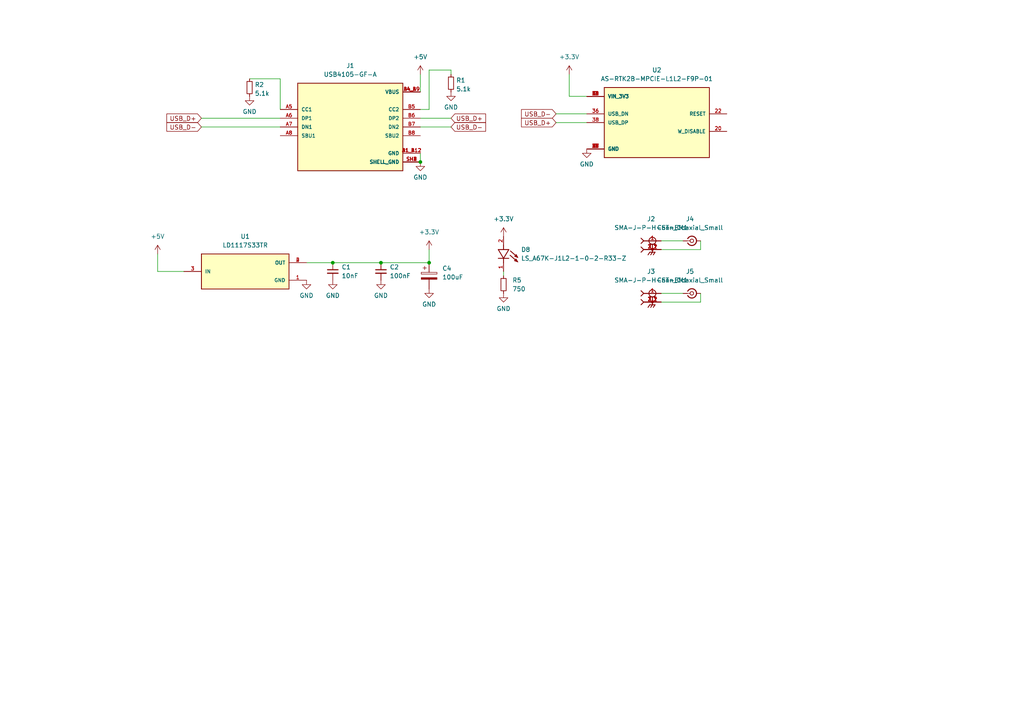
<source format=kicad_sch>
(kicad_sch (version 20230121) (generator eeschema)
  (paper "A4")
  (lib_symbols
    (symbol "AS-RTK2B-MPCIE-L1L2-F9P-01:AS-RTK2B-MPCIE-L1L2-F9P-01" (pin_names (offset 1.016))
      (property "Reference" "U" (at -15.5044 10.9386 0))
      (property "Value" "AS-RTK2B-MPCIE-L1L2-F9P-01" (at -15.26 -12.7315 0))
      (symbol "AS-RTK2B-MPCIE-L1L2-F9P-01_0_0"
        (rectangle (start -15.24 -10.16) (end 15.24 10.16) (stroke (width 0.254)) (fill (type background)))
        (pin power_in line (at 20.32 -7.62 180) (length 5.08) (name "GND") (number "15"))
        (pin power_in line (at 20.32 7.62 180) (length 5.08) (name "VIN_3V3") (number "2"))
        (pin bidirectional line (at -20.32 -2.54 0) (length 5.08) (name "W_DISABLE") (number "20"))
        (pin power_in line (at 20.32 -7.62 180) (length 5.08) (name "GND") (number "21"))
        (pin input line (at -20.32 2.54 0) (length 5.08) (name "RESET") (number "22"))
        (pin power_in line (at 20.32 7.62 180) (length 5.08) (name "VIN_3V3") (number "24"))
        (pin power_in line (at 20.32 -7.62 180) (length 5.08) (name "GND") (number "27"))
        (pin power_in line (at 20.32 -7.62 180) (length 5.08) (name "GND") (number "29"))
        (pin power_in line (at 20.32 -7.62 180) (length 5.08) (name "GND") (number "35"))
        (pin bidirectional line (at 20.32 2.54 180) (length 5.08) (name "USB_DN") (number "36"))
        (pin power_in line (at 20.32 -7.62 180) (length 5.08) (name "GND") (number "37"))
        (pin bidirectional line (at 20.32 0 180) (length 5.08) (name "USB_DP") (number "38"))
        (pin power_in line (at 20.32 7.62 180) (length 5.08) (name "VIN_3V3") (number "39"))
        (pin power_in line (at 20.32 7.62 180) (length 5.08) (name "VIN_3V3") (number "41"))
        (pin power_in line (at 20.32 -7.62 180) (length 5.08) (name "GND") (number "43"))
        (pin power_in line (at 20.32 7.62 180) (length 5.08) (name "VIN_3V3") (number "52"))
        (pin power_in line (at 20.32 -7.62 180) (length 5.08) (name "GND") (number "9"))
      )
    )
    (symbol "Connector:Conn_Coaxial_Small" (pin_numbers hide) (pin_names (offset 1.016) hide)
      (property "Reference" "J" (at 0.254 3.048 0))
      (property "Value" "Conn_Coaxial_Small" (at 0 -3.81 0))
      (symbol "Conn_Coaxial_Small_0_1"
        (polyline (pts (xy -2.54 0) (xy -0.508 0)))
        (circle (center 0 0) (radius 0.508) (stroke (width 0.2032)))
      )
      (symbol "Conn_Coaxial_Small_1_1"
        (arc (start -1.1916 -0.6311) (mid 0.327 -1.3081) (end 1.3484 0.0039) (stroke (width 0.3048)))
        (arc (start 1.3484 -0.0039) (mid 0.327 1.3081) (end -1.1916 0.6311) (stroke (width 0.3048)))
        (pin passive line (at -2.54 0 0) (length 1.27) (name "In") (number "1"))
        (pin passive line (at 2.54 0 180) (length 1.27) (name "Ext") (number "2"))
      )
    )
    (symbol "Device:C_Polarized" (pin_numbers hide) (pin_names (offset 0.254))
      (property "Reference" "C" (at 0.635 2.54 0))
      (property "Value" "C_Polarized" (at 0.635 -2.54 0))
      (symbol "C_Polarized_0_1"
        (rectangle (start -2.286 0.508) (end 2.286 1.016))
        (polyline (pts (xy -1.778 2.286) (xy -0.762 2.286)))
        (polyline (pts (xy -1.27 2.794) (xy -1.27 1.778)))
        (rectangle (start 2.286 -0.508) (end -2.286 -1.016) (fill (type outline)))
      )
      (symbol "C_Polarized_1_1"
        (pin passive line (at 0 3.81 270) (length 2.794) (name "~") (number "1"))
        (pin passive line (at 0 -3.81 90) (length 2.794) (name "~") (number "2"))
      )
    )
    (symbol "Device:C_Small" (pin_numbers hide) (pin_names (offset 0.254) hide)
      (property "Reference" "C" (at 0.254 1.778 0))
      (property "Value" "C_Small" (at 0.254 -2.032 0))
      (symbol "C_Small_0_1"
        (polyline (pts (xy -1.524 -0.508) (xy 1.524 -0.508)) (stroke (width 0.3302)))
        (polyline (pts (xy -1.524 0.508) (xy 1.524 0.508)) (stroke (width 0.3048)))
      )
      (symbol "C_Small_1_1"
        (pin passive line (at 0 2.54 270) (length 2.032) (name "~") (number "1"))
        (pin passive line (at 0 -2.54 90) (length 2.032) (name "~") (number "2"))
      )
    )
    (symbol "Device:R_Small" (pin_numbers hide) (pin_names (offset 0.254) hide)
      (property "Reference" "R" (at 0.762 0.508 0))
      (property "Value" "R_Small" (at 0.762 -1.016 0))
      (symbol "R_Small_0_1"
        (rectangle (start -0.762 1.778) (end 0.762 -1.778) (stroke (width 0.2032)))
      )
      (symbol "R_Small_1_1"
        (pin passive line (at 0 2.54 270) (length 0.762) (name "~") (number "1"))
        (pin passive line (at 0 -2.54 90) (length 0.762) (name "~") (number "2"))
      )
    )
    (symbol "LD1117S33TR:LD1117S33TR" (pin_names (offset 1.016))
      (property "Reference" "U" (at -10.1695 7.6271 0))
      (property "Value" "LD1117S33TR" (at -12.7227 -7.6336 0))
      (symbol "LD1117S33TR_0_0"
        (rectangle (start -12.7 -5.08) (end 12.7 5.08) (stroke (width 0.254)) (fill (type background)))
        (pin power_in line (at 17.78 -2.54 180) (length 5.08) (name "GND") (number "1"))
        (pin output line (at 17.78 2.54 180) (length 5.08) (name "OUT") (number "2"))
        (pin input line (at -17.78 0 0) (length 5.08) (name "IN") (number "3"))
        (pin output line (at 17.78 2.54 180) (length 5.08) (name "OUT") (number "4"))
      )
    )
    (symbol "LS_A67K-J1L2-1-0-2-R33-Z:LS_A67K-J1L2-1-0-2-R33-Z" (pin_names (offset 1.016))
      (property "Reference" "D" (at -4.445 4.445 0))
      (property "Value" "LS_A67K-J1L2-1-0-2-R33-Z" (at -4.445 -3.81 0))
      (symbol "LS_A67K-J1L2-1-0-2-R33-Z_0_0"
        (polyline (pts (xy -2.54 0) (xy -1.27 0)) (stroke (width 0.254)))
        (polyline (pts (xy -1.27 -1.524) (xy 1.27 0)) (stroke (width 0.254)))
        (polyline (pts (xy -1.27 0) (xy -1.27 -1.524)) (stroke (width 0.254)))
        (polyline (pts (xy -1.27 1.524) (xy -1.27 0)) (stroke (width 0.254)))
        (polyline (pts (xy 0.9144 4.0386) (xy -0.8636 2.0066)) (stroke (width 0.254)))
        (polyline (pts (xy 1.27 0) (xy -1.27 1.524)) (stroke (width 0.254)))
        (polyline (pts (xy 1.27 0) (xy 1.27 -1.524)) (stroke (width 0.254)))
        (polyline (pts (xy 1.27 0) (xy 2.54 0)) (stroke (width 0.254)))
        (polyline (pts (xy 1.27 1.524) (xy 1.27 0)) (stroke (width 0.254)))
        (polyline (pts (xy 2.159 3.937) (xy 0.381 1.905)) (stroke (width 0.254)))
        (polyline (pts (xy 0.127 3.683) (xy 0.6985 3.175) (xy 1.0795 4.191) (xy 0.127 3.683)) (stroke (width 0.1524)) (fill (type outline)))
        (polyline (pts (xy 1.397 3.6195) (xy 1.9685 3.1115) (xy 2.3495 4.191) (xy 1.397 3.6195)) (stroke (width 0.1524)) (fill (type outline)))
        (pin passive line (at 5.08 0 180) (length 2.54) (name "~") (number "1"))
        (pin passive line (at -5.08 0 0) (length 2.54) (name "~") (number "2"))
      )
    )
    (symbol "SMA-J-P-H-ST-EM1:SMA-J-P-H-ST-EM1" (pin_names (offset 1.016))
      (property "Reference" "J" (at -3.81 4.064 0))
      (property "Value" "SMA-J-P-H-ST-EM1" (at -4.064 -4.318 0))
      (symbol "SMA-J-P-H-ST-EM1_0_0"
        (polyline (pts (xy -3.302 -0.762) (xy -2.54 0)) (stroke (width 0.254)))
        (polyline (pts (xy -3.302 0.762) (xy -2.54 0)) (stroke (width 0.254)))
        (polyline (pts (xy -3.302 1.778) (xy -2.54 2.54)) (stroke (width 0.254)))
        (polyline (pts (xy -3.302 3.302) (xy -2.54 2.54)) (stroke (width 0.254)))
        (polyline (pts (xy -2.54 0) (xy 0 0)) (stroke (width 0.254)))
        (polyline (pts (xy -2.54 2.54) (xy 2.54 2.54)) (stroke (width 0.254)))
        (polyline (pts (xy -1.016 1.524) (xy 0 1.524)) (stroke (width 0.254)))
        (polyline (pts (xy -0.762 -0.762) (xy -1.27 -1.524)) (stroke (width 0.254)))
        (polyline (pts (xy 0 -0.762) (xy -0.762 -0.762)) (stroke (width 0.254)))
        (polyline (pts (xy 0 -0.762) (xy -0.508 -1.524)) (stroke (width 0.254)))
        (polyline (pts (xy 0 -0.762) (xy 0.762 -0.762)) (stroke (width 0.254)))
        (polyline (pts (xy 0 0) (xy -2.286 0)) (stroke (width 0.254)))
        (polyline (pts (xy 0 0) (xy 0 -0.762)) (stroke (width 0.254)))
        (polyline (pts (xy 0 1.524) (xy 0 0)) (stroke (width 0.254)))
        (polyline (pts (xy 0 1.524) (xy 1.016 1.524)) (stroke (width 0.254)))
        (polyline (pts (xy 0.762 -0.762) (xy 0.254 -1.524)) (stroke (width 0.254)))
        (polyline (pts (xy 2.54 0) (xy 0 0)) (stroke (width 0.254)))
        (circle (center 0 0) (radius 0.254) (stroke (width 0.254)))
        (circle (center 0 2.54) (radius 1.016) (stroke (width 0.254)))
        (pin passive line (at 2.54 2.54 180) (length 5.08) (name "~") (number "1"))
        (pin passive line (at 2.54 0 180) (length 5.08) (name "~") (number "2_1"))
        (pin passive line (at 2.54 0 180) (length 5.08) (name "~") (number "2_2"))
        (pin passive line (at 2.54 0 180) (length 5.08) (name "~") (number "3_1"))
        (pin passive line (at 2.54 0 180) (length 5.08) (name "~") (number "3_2"))
      )
    )
    (symbol "USB4105-GF-A:USB4105-GF-A" (pin_names (offset 1.016))
      (property "Reference" "J" (at -15.24 13.97 0))
      (property "Value" "USB4105-GF-A" (at -15.24 -15.24 0))
      (symbol "USB4105-GF-A_0_0"
        (rectangle (start -15.24 -12.7) (end 15.24 12.7) (stroke (width 0.254)) (fill (type background)))
        (pin power_in line (at 20.32 -7.62 180) (length 5.08) (name "GND") (number "A1_B12"))
        (pin power_in line (at 20.32 10.16 180) (length 5.08) (name "VBUS") (number "A4_B9"))
        (pin bidirectional line (at -20.32 5.08 0) (length 5.08) (name "CC1") (number "A5"))
        (pin bidirectional line (at -20.32 2.54 0) (length 5.08) (name "DP1") (number "A6"))
        (pin bidirectional line (at -20.32 0 0) (length 5.08) (name "DN1") (number "A7"))
        (pin bidirectional line (at -20.32 -2.54 0) (length 5.08) (name "SBU1") (number "A8"))
        (pin power_in line (at 20.32 -7.62 180) (length 5.08) (name "GND") (number "B1_A12"))
        (pin power_in line (at 20.32 10.16 180) (length 5.08) (name "VBUS") (number "B4_A9"))
        (pin bidirectional line (at 20.32 5.08 180) (length 5.08) (name "CC2") (number "B5"))
        (pin bidirectional line (at 20.32 2.54 180) (length 5.08) (name "DP2") (number "B6"))
        (pin bidirectional line (at 20.32 0 180) (length 5.08) (name "DN2") (number "B7"))
        (pin bidirectional line (at 20.32 -2.54 180) (length 5.08) (name "SBU2") (number "B8"))
        (pin power_in line (at 20.32 -10.16 180) (length 5.08) (name "SHELL_GND") (number "SH1"))
        (pin power_in line (at 20.32 -10.16 180) (length 5.08) (name "SHELL_GND") (number "SH2"))
        (pin power_in line (at 20.32 -10.16 180) (length 5.08) (name "SHELL_GND") (number "SH3"))
        (pin power_in line (at 20.32 -10.16 180) (length 5.08) (name "SHELL_GND") (number "SH4"))
      )
    )
    (symbol "power:+3.3V" (power) (pin_names (offset 0))
      (property "Value" "+3.3V" (at 0 3.556 0))
      (symbol "+3.3V_0_1"
        (polyline (pts (xy -0.762 1.27) (xy 0 2.54)))
        (polyline (pts (xy 0 0) (xy 0 2.54)))
        (polyline (pts (xy 0 2.54) (xy 0.762 1.27)))
      )
      (symbol "+3.3V_1_1"
        (pin power_in line (at 0 0 90) (length 0) hide (name "+3.3V") (number "1"))
      )
    )
    (symbol "power:+5V" (power) (pin_names (offset 0))
      (property "Value" "+5V" (at 0 3.556 0))
      (symbol "+5V_0_1"
        (polyline (pts (xy -0.762 1.27) (xy 0 2.54)))
        (polyline (pts (xy 0 0) (xy 0 2.54)))
        (polyline (pts (xy 0 2.54) (xy 0.762 1.27)))
      )
      (symbol "+5V_1_1"
        (pin power_in line (at 0 0 90) (length 0) hide (name "+5V") (number "1"))
      )
    )
    (symbol "power:GND" (power) (pin_names (offset 0))
      (property "Value" "GND" (at 0 -3.81 0))
      (symbol "GND_0_1"
        (polyline (pts (xy 0 0) (xy 0 -1.27) (xy 1.27 -1.27) (xy 0 -2.54) (xy -1.27 -1.27) (xy 0 -1.27)))
      )
      (symbol "GND_1_1"
        (pin power_in line (at 0 0 270) (length 0) hide (name "GND") (number "1"))
      )
    )
  )
  (junction (at 124.46 76.2))
  (junction (at 96.52 76.2))
  (junction (at 110.49 76.2))
  (junction (at 121.92 46.99))
  (wire (pts (xy 124.46 20.32) (xy 124.46 31.75)))
  (wire (pts (xy 161.29 35.56) (xy 170.18 35.56)))
  (wire (pts (xy 88.9 76.2) (xy 96.52 76.2)))
  (wire (pts (xy 165.1 21.59) (xy 165.1 27.94)))
  (wire (pts (xy 191.77 69.85) (xy 198.12 69.85)))
  (wire (pts (xy 58.42 36.83) (xy 81.28 36.83)))
  (wire (pts (xy 121.92 36.83) (xy 130.81 36.83)))
  (wire (pts (xy 96.52 76.2) (xy 110.49 76.2)))
  (wire (pts (xy 124.46 31.75) (xy 121.92 31.75)))
  (wire (pts (xy 203.2 87.63) (xy 203.2 85.09)))
  (wire (pts (xy 146.05 78.74) (xy 146.05 80.01)))
  (wire (pts (xy 161.29 33.02) (xy 170.18 33.02)))
  (wire (pts (xy 191.77 87.63) (xy 203.2 87.63)))
  (wire (pts (xy 110.49 76.2) (xy 124.46 76.2)))
  (wire (pts (xy 81.28 22.86) (xy 81.28 31.75)))
  (wire (pts (xy 170.18 27.94) (xy 165.1 27.94)))
  (wire (pts (xy 121.92 34.29) (xy 130.81 34.29)))
  (wire (pts (xy 72.39 22.86) (xy 81.28 22.86)))
  (wire (pts (xy 130.81 21.59) (xy 130.81 20.32)))
  (wire (pts (xy 45.72 78.74) (xy 53.34 78.74)))
  (wire (pts (xy 191.77 72.39) (xy 203.2 72.39)))
  (wire (pts (xy 130.81 20.32) (xy 124.46 20.32)))
  (wire (pts (xy 191.77 85.09) (xy 198.12 85.09)))
  (wire (pts (xy 45.72 73.66) (xy 45.72 78.74)))
  (wire (pts (xy 203.2 72.39) (xy 203.2 69.85)))
  (wire (pts (xy 121.92 44.45) (xy 121.92 46.99)))
  (wire (pts (xy 124.46 72.39) (xy 124.46 76.2)))
  (wire (pts (xy 58.42 34.29) (xy 81.28 34.29)))
  (wire (pts (xy 121.92 21.59) (xy 121.92 26.67)))
  (global_label "USB_D-" (shape input) (at 130.81 36.83 0) (property "Intersheetrefs" "${INTERSHEET_REFS}" (effects hide)))
  (global_label "USB_D-" (shape input) (at 161.29 33.02 180) (property "Intersheetrefs" "${INTERSHEET_REFS}" (effects hide)))
  (global_label "USB_D-" (shape input) (at 58.42 36.83 180) (property "Intersheetrefs" "${INTERSHEET_REFS}" (effects hide)))
  (global_label "USB_D+" (shape input) (at 130.81 34.29 0) (property "Intersheetrefs" "${INTERSHEET_REFS}" (effects hide)))
  (global_label "USB_D+" (shape input) (at 58.42 34.29 180) (property "Intersheetrefs" "${INTERSHEET_REFS}" (effects hide)))
  (global_label "USB_D+" (shape input) (at 161.29 35.56 180) (property "Intersheetrefs" "${INTERSHEET_REFS}" (effects hide)))
  (symbol (lib_id "AS-RTK2B-MPCIE-L1L2-F9P-01:AS-RTK2B-MPCIE-L1L2-F9P-01") (at 190.5 35.56 0) (mirror y) (unit 1)
    (property "Reference" "U2" (at 190.5 20.32 0))
    (property "Value" "AS-RTK2B-MPCIE-L1L2-F9P-01" (at 190.5 22.86 0))
    (property "Footprint" "AS-RTK2B-MPCIE-L1L2-F9P-01:MODULE_AS-RTK2B-MPCIE-L1L2-F9P-01" (effects hide))
    (property "MF" "ArduSimple" (effects hide))
    (property "MAXIMUM_PACKAGE_HEIGHT" "4 mm" (effects hide))
    (property "Package" "None" (effects hide))
    (property "Price" "None" (effects hide))
    (property "Check_prices" "https://www.snapeda.com/parts/AS-RTK2B-MPCIE-L1L2-F9P-01/ArduSimple/view-part/?ref=eda" (effects hide))
    (property "STANDARD" "Manufacturer Recommendations" (effects hide))
    (property "PARTREV" "D" (effects hide))
    (property "SnapEDA_Link" "https://www.snapeda.com/parts/AS-RTK2B-MPCIE-L1L2-F9P-01/ArduSimple/view-part/?ref=snap" (effects hide))
    (property "MP" "AS-RTK2B-MPCIE-L1L2-F9P-01" (effects hide))
    (property "Description" "\n                        \n                            u-blox ZED-F9P series GNSS (Beidou, Galileo, GLONASS, GPS) dual band Evaluation Board ArduSimple GPS RTK simpleRTK2B mPCIe L1+L2 multi-band receiver, compatible with MiniPCIe half-size and full-size sockets delivering centimeter accuracy - Option:\n                        \n" (effects hide))
    (property "Availability" "Not in stock" (effects hide))
    (property "MANUFACTURER" "ArduSimple" (effects hide))
  )
  (symbol (lib_id "power:GND") (at 146.05 85.09 0) (unit 1)
    (property "Reference" "#PWR016" (effects hide))
    (property "Value" "GND" (at 146.05 89.5334 0))
  )
  (symbol (lib_id "LS_A67K-J1L2-1-0-2-R33-Z:LS_A67K-J1L2-1-0-2-R33-Z") (at 146.05 73.66 270) (unit 1)
    (property "Reference" "D8" (at 151.13 72.39 90) (effects (justify left)))
    (property "Value" "LS_A67K-J1L2-1-0-2-R33-Z" (at 151.13 74.93 90) (effects (justify left)))
    (property "Footprint" "LS_A67K-J1L2-1-0-2-R33-Z:LED_LS_A67K-J1L2-1-0-2-R33-Z" (effects hide))
    (property "MF" "OSRAM Opto Semiconductors" (effects hide))
    (property "MAXIMUM_PACKAGE_HEIGHT" "4.20mm" (effects hide))
    (property "CREATOR" "NEZY" (effects hide))
    (property "Price" "None" (effects hide))
    (property "Package" "None" (effects hide))
    (property "Check_prices" "https://www.snapeda.com/parts/LS%20A67K-J1L2-1-0-2-R33-Z/OSRAM/view-part/?ref=eda" (effects hide))
    (property "STANDARD" "Manufacturer Recommendations" (effects hide))
    (property "PARTREV" "1.5" (effects hide))
    (property "SnapEDA_Link" "https://www.snapeda.com/parts/LS%20A67K-J1L2-1-0-2-R33-Z/OSRAM/view-part/?ref=snap" (effects hide))
    (property "MP" "LS A67K-J1L2-1-0-2-R33-Z" (effects hide))
    (property "Description" "\n                        \n                            Red 630nm LED Indication - Discrete 1.8V 2-SMD, Boomerang\n                        \n" (effects hide))
    (property "Availability" "In Stock" (effects hide))
    (property "MANUFACTURER" "OSRAM" (effects hide))
  )
  (symbol (lib_id "Device:R_Small") (at 72.39 25.4 0) (unit 1)
    (property "Reference" "R2" (at 73.8886 24.5653 0) (effects (justify left)))
    (property "Value" "5.1k" (at 73.8886 27.1022 0) (effects (justify left)))
    (property "Footprint" "Resistor_SMD:R_0805_2012Metric" (effects hide))
  )
  (symbol (lib_id "power:GND") (at 170.18 43.18 0) (mirror y) (unit 1)
    (property "Reference" "#PWR023" (effects hide))
    (property "Value" "GND" (at 170.18 47.6234 0))
  )
  (symbol (lib_id "power:GND") (at 121.92 46.99 0) (unit 1)
    (property "Reference" "#PWR01" (effects hide))
    (property "Value" "GND" (at 121.92 51.4334 0))
  )
  (symbol (lib_id "power:+5V") (at 45.72 73.66 0) (unit 1)
    (property "Reference" "#PWR02" (effects hide))
    (property "Value" "+5V" (at 45.72 68.58 0))
  )
  (symbol (lib_id "power:+3.3V") (at 146.05 68.58 0) (unit 1)
    (property "Reference" "#PWR011" (effects hide))
    (property "Value" "+3.3V" (at 146.05 63.5 0))
  )
  (symbol (lib_id "Device:R_Small") (at 146.05 82.55 0) (unit 1)
    (property "Reference" "R5" (at 148.59 81.28 0) (effects (justify left)))
    (property "Value" "750" (at 148.59 83.82 0) (effects (justify left)))
    (property "Footprint" "Resistor_SMD:R_0805_2012Metric" (effects hide))
  )
  (symbol (lib_id "power:GND") (at 88.9 81.28 0) (unit 1)
    (property "Reference" "#PWR03" (effects hide))
    (property "Value" "GND" (at 88.9 85.7234 0))
  )
  (symbol (lib_id "power:GND") (at 72.39 27.94 0) (unit 1)
    (property "Reference" "#PWR010" (effects hide))
    (property "Value" "GND" (at 72.39 32.3834 0))
  )
  (symbol (lib_id "power:+5V") (at 121.92 21.59 0) (unit 1)
    (property "Reference" "#PWR08" (effects hide))
    (property "Value" "+5V" (at 121.92 16.51 0))
  )
  (symbol (lib_id "Device:R_Small") (at 130.81 24.13 0) (unit 1)
    (property "Reference" "R1" (at 132.3086 23.2953 0) (effects (justify left)))
    (property "Value" "5.1k" (at 132.3086 25.8322 0) (effects (justify left)))
    (property "Footprint" "Resistor_SMD:R_0805_2012Metric" (effects hide))
  )
  (symbol (lib_id "power:GND") (at 110.49 81.28 0) (unit 1)
    (property "Reference" "#PWR05" (effects hide))
    (property "Value" "GND" (at 110.49 85.7234 0))
  )
  (symbol (lib_id "power:+3.3V") (at 165.1 21.59 0) (mirror y) (unit 1)
    (property "Reference" "#PWR07" (effects hide))
    (property "Value" "+3.3V" (at 165.1 16.51 0))
  )
  (symbol (lib_id "Device:C_Small") (at 110.49 78.74 0) (unit 1)
    (property "Reference" "C2" (at 113.03 77.4763 0) (effects (justify left)))
    (property "Value" "100nF" (at 113.03 80.0163 0) (effects (justify left)))
    (property "Footprint" "Capacitor_SMD:C_0805_2012Metric" (effects hide))
  )
  (symbol (lib_id "power:GND") (at 130.81 26.67 0) (unit 1)
    (property "Reference" "#PWR09" (effects hide))
    (property "Value" "GND" (at 130.81 31.1134 0))
  )
  (symbol (lib_id "LD1117S33TR:LD1117S33TR") (at 71.12 78.74 0) (unit 1)
    (property "Reference" "U1" (at 71.12 68.58 0))
    (property "Value" "LD1117S33TR" (at 71.12 71.12 0))
    (property "Footprint" "LD1117S33TR:SOT230P700X180-4N" (effects hide))
    (property "MF" "STMicroelectronics" (effects hide))
    (property "Description" "\n                        \n                            Linear Voltage Regulator IC Positive Fixed 1 Output  800mA SOT-223\n                        \n" (effects hide))
    (property "Package" "TO-261-4 STMicroelectronics" (effects hide))
    (property "Price" "None" (effects hide))
    (property "Check_prices" "https://www.snapeda.com/parts/LD1117S33TR/STMicroelectronics/view-part/?ref=eda" (effects hide))
    (property "SnapEDA_Link" "https://www.snapeda.com/parts/LD1117S33TR/STMicroelectronics/view-part/?ref=snap" (effects hide))
    (property "MP" "LD1117S33TR" (effects hide))
    (property "Availability" "In Stock" (effects hide))
    (property "MANUFACTURER" "ST Microelectronics" (effects hide))
  )
  (symbol (lib_id "power:GND") (at 124.46 83.82 0) (unit 1)
    (property "Reference" "#PWR012" (effects hide))
    (property "Value" "GND" (at 124.46 88.2634 0))
  )
  (symbol (lib_id "Device:C_Polarized") (at 124.46 80.01 0) (unit 1)
    (property "Reference" "C4" (at 128.27 77.851 0) (effects (justify left)))
    (property "Value" "100uF" (at 128.27 80.391 0) (effects (justify left)))
    (property "Footprint" "Capacitor_SMD:CP_Elec_6.3x5.4" (effects hide))
    (property "Datasheet" "EEV107M6R3A9GAA" (effects hide))
  )
  (symbol (lib_id "SMA-J-P-H-ST-EM1:SMA-J-P-H-ST-EM1") (at 189.23 87.63 0) (unit 1)
    (property "Reference" "J3" (at 188.849 78.74 0))
    (property "Value" "SMA-J-P-H-ST-EM1" (at 188.849 81.28 0))
    (property "Footprint" "SMA-J-P-H-ST-EM1:SAMTEC_SMA-J-P-H-ST-EM1" (effects hide))
    (property "MF" "Samtec" (effects hide))
    (property "MAXIMUM_PACKAGE_HEIGHT" "3.675mm" (effects hide))
    (property "Package" "None" (effects hide))
    (property "Price" "None" (effects hide))
    (property "Check_prices" "https://www.snapeda.com/parts/SMA-J-P-H-ST-EM1/Samtec+Inc./view-part/?ref=eda" (effects hide))
    (property "STANDARD" "Manufacturer Recommendations" (effects hide))
    (property "PARTREV" "G" (effects hide))
    (property "SnapEDA_Link" "https://www.snapeda.com/parts/SMA-J-P-H-ST-EM1/Samtec+Inc./view-part/?ref=snap" (effects hide))
    (property "MP" "SMA-J-P-H-ST-EM1" (effects hide))
    (property "Description" "\n                        \n                            SMA Connector Jack, Female Socket 50 Ohms Board Edge, End Launch Solder\n                        \n" (effects hide))
    (property "Availability" "In Stock" (effects hide))
    (property "MANUFACTURER" "Samtec" (effects hide))
  )
  (symbol (lib_id "Connector:Conn_Coaxial_Small") (at 200.66 69.85 0) (unit 1)
    (property "Reference" "J4" (at 200.1404 63.5 0))
    (property "Value" "Conn_Coaxial_Small" (at 200.1404 66.04 0))
    (property "Footprint" "Connector_Coaxial:U.FL_Hirose_U.FL-R-SMT-1_Vertical" (effects hide))
    (property "Datasheet" " ~" (effects hide))
  )
  (symbol (lib_id "SMA-J-P-H-ST-EM1:SMA-J-P-H-ST-EM1") (at 189.23 72.39 0) (unit 1)
    (property "Reference" "J2" (at 188.849 63.5 0))
    (property "Value" "SMA-J-P-H-ST-EM1" (at 188.849 66.04 0))
    (property "Footprint" "SMA-J-P-H-ST-EM1:SAMTEC_SMA-J-P-H-ST-EM1" (effects hide))
    (property "MF" "Samtec" (effects hide))
    (property "MAXIMUM_PACKAGE_HEIGHT" "3.675mm" (effects hide))
    (property "Package" "None" (effects hide))
    (property "Price" "None" (effects hide))
    (property "Check_prices" "https://www.snapeda.com/parts/SMA-J-P-H-ST-EM1/Samtec+Inc./view-part/?ref=eda" (effects hide))
    (property "STANDARD" "Manufacturer Recommendations" (effects hide))
    (property "PARTREV" "G" (effects hide))
    (property "SnapEDA_Link" "https://www.snapeda.com/parts/SMA-J-P-H-ST-EM1/Samtec+Inc./view-part/?ref=snap" (effects hide))
    (property "MP" "SMA-J-P-H-ST-EM1" (effects hide))
    (property "Description" "\n                        \n                            SMA Connector Jack, Female Socket 50 Ohms Board Edge, End Launch Solder\n                        \n" (effects hide))
    (property "Availability" "In Stock" (effects hide))
    (property "MANUFACTURER" "Samtec" (effects hide))
  )
  (symbol (lib_id "power:GND") (at 96.52 81.28 0) (unit 1)
    (property "Reference" "#PWR04" (effects hide))
    (property "Value" "GND" (at 96.52 85.7234 0))
  )
  (symbol (lib_id "Connector:Conn_Coaxial_Small") (at 200.66 85.09 0) (unit 1)
    (property "Reference" "J5" (at 200.1404 78.74 0))
    (property "Value" "Conn_Coaxial_Small" (at 200.1404 81.28 0))
    (property "Footprint" "Connector_Coaxial:U.FL_Hirose_U.FL-R-SMT-1_Vertical" (effects hide))
    (property "Datasheet" " ~" (effects hide))
  )
  (symbol (lib_id "power:+3.3V") (at 124.46 72.39 0) (unit 1)
    (property "Reference" "#PWR06" (effects hide))
    (property "Value" "+3.3V" (at 124.46 67.31 0))
  )
  (symbol (lib_id "USB4105-GF-A:USB4105-GF-A") (at 101.6 36.83 0) (unit 1)
    (property "Reference" "J1" (at 101.6 19.05 0))
    (property "Value" "USB4105-GF-A" (at 101.6 21.59 0))
    (property "Footprint" "USB4105-GF-A:GCT_USB4105-GF-A" (effects hide))
    (property "MF" "Global Connector Technology" (effects hide))
    (property "MAXIMUM_PACKAGE_HEIGHT" "3.31 mm" (effects hide))
    (property "Package" "None" (effects hide))
    (property "Price" "None" (effects hide))
    (property "Check_prices" "https://www.snapeda.com/parts/USB4105GFA/Global+Connector+Technology/view-part/?ref=eda" (effects hide))
    (property "STANDARD" "Manufacturer Recommendations" (effects hide))
    (property "PARTREV" "B4" (effects hide))
    (property "SnapEDA_Link" "https://www.snapeda.com/parts/USB4105GFA/Global+Connector+Technology/view-part/?ref=snap" (effects hide))
    (property "MP" "USB4105GFA" (effects hide))
    (property "Description" "\n                        \n                            USB-C (USB TYPE-C) USB 2.0 Receptacle Connector 24 (16+8 Dummy) Position Surface Mount, Right Angle; Through Hole\n                        \n" (effects hide))
    (property "Availability" "In Stock" (effects hide))
    (property "MANUFACTURER" "GCT" (effects hide))
  )
  (symbol (lib_id "Device:C_Small") (at 96.52 78.74 0) (unit 1)
    (property "Reference" "C1" (at 99.06 77.4763 0) (effects (justify left)))
    (property "Value" "10nF" (at 99.06 80.0163 0) (effects (justify left)))
    (property "Footprint" "Capacitor_SMD:C_0805_2012Metric" (effects hide))
  )
)
</source>
